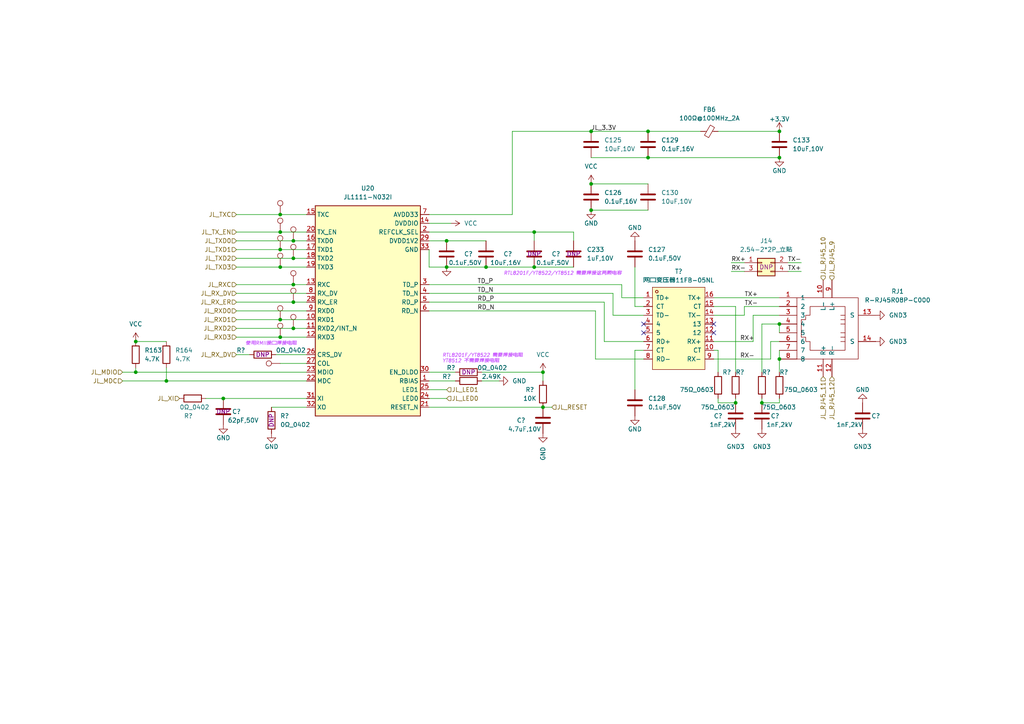
<source format=kicad_sch>
(kicad_sch (version 20230121) (generator eeschema)
  (paper "A4")
  (title_block (title "HPM6E00FULLPORTRevB") (date "2024-09-12") (rev "RevA") (comment 1 "ETHERCAT"))
  (junction (at 157.48 118.11))
  (junction (at 226.06 104.14))
  (junction (at 85.09 69.85))
  (junction (at 171.45 60.96))
  (junction (at 39.37 107.95))
  (junction (at 81.28 67.31))
  (junction (at 39.37 99.06))
  (junction (at 85.09 87.63))
  (junction (at 157.48 107.95))
  (junction (at 171.45 38.1))
  (junction (at 154.94 77.47))
  (junction (at 85.09 95.25))
  (junction (at 140.97 77.47))
  (junction (at 64.77 115.57))
  (junction (at 213.36 116.84))
  (junction (at 226.06 45.72))
  (junction (at 48.26 110.49))
  (junction (at 129.54 77.47))
  (junction (at 187.96 45.72))
  (junction (at 187.96 38.1))
  (junction (at 226.06 93.98))
  (junction (at 171.45 53.34))
  (junction (at 81.28 92.71))
  (junction (at 85.09 82.55))
  (junction (at 129.54 69.85))
  (junction (at 81.28 97.79))
  (junction (at 220.98 116.84))
  (junction (at 81.28 62.23))
  (junction (at 85.09 74.93))
  (junction (at 81.28 72.39))
  (junction (at 226.06 38.1))
  (junction (at 81.28 77.47))
  (junction (at 154.94 67.31))
  (no_connect (at 186.69 96.52))
  (no_connect (at 207.01 93.98))
  (no_connect (at 207.01 96.52))
  (no_connect (at 186.69 93.98))
  (wire (pts (xy 215.9 88.9) (xy 226.06 88.9)))
  (wire (pts (xy 81.28 77.47) (xy 88.9 77.47)))
  (wire (pts (xy 171.45 38.1) (xy 187.96 38.1)))
  (wire (pts (xy 207.01 86.36) (xy 226.06 86.36)))
  (wire (pts (xy 207.01 104.14) (xy 223.52 104.14)))
  (wire (pts (xy 154.94 67.31) (xy 154.94 69.85)))
  (wire (pts (xy 124.46 85.09) (xy 177.8 85.09)))
  (wire (pts (xy 187.96 38.1) (xy 203.2 38.1)))
  (wire (pts (xy 35.56 110.49) (xy 48.26 110.49)))
  (wire (pts (xy 81.28 105.41) (xy 88.9 105.41)))
  (wire (pts (xy 232.41 78.74) (xy 228.6 78.74)))
  (wire (pts (xy 35.56 107.95) (xy 39.37 107.95)))
  (wire (pts (xy 68.58 62.23) (xy 81.28 62.23)))
  (wire (pts (xy 39.37 99.06) (xy 48.26 99.06)))
  (wire (pts (xy 172.72 104.14) (xy 186.69 104.14)))
  (wire (pts (xy 220.98 116.84) (xy 226.06 116.84)))
  (wire (pts (xy 80.01 102.87) (xy 88.9 102.87)))
  (wire (pts (xy 175.26 87.63) (xy 175.26 99.06)))
  (wire (pts (xy 124.46 72.39) (xy 124.46 77.47)))
  (wire (pts (xy 68.58 90.17) (xy 88.9 90.17)))
  (wire (pts (xy 68.58 69.85) (xy 85.09 69.85)))
  (wire (pts (xy 124.46 90.17) (xy 172.72 90.17)))
  (wire (pts (xy 81.28 67.31) (xy 88.9 67.31)))
  (wire (pts (xy 172.72 90.17) (xy 172.72 104.14)))
  (wire (pts (xy 226.06 93.98) (xy 220.98 93.98)))
  (wire (pts (xy 184.15 77.47) (xy 184.15 88.9)))
  (wire (pts (xy 226.06 101.6) (xy 226.06 104.14)))
  (wire (pts (xy 171.45 60.96) (xy 187.96 60.96)))
  (wire (pts (xy 68.58 102.87) (xy 72.39 102.87)))
  (wire (pts (xy 48.26 110.49) (xy 88.9 110.49)))
  (wire (pts (xy 129.54 77.47) (xy 140.97 77.47)))
  (wire (pts (xy 226.06 115.57) (xy 226.06 116.84)))
  (wire (pts (xy 124.46 82.55) (xy 180.34 82.55)))
  (wire (pts (xy 129.54 115.57) (xy 124.46 115.57)))
  (wire (pts (xy 124.46 107.95) (xy 132.08 107.95)))
  (wire (pts (xy 218.44 91.44) (xy 226.06 91.44)))
  (wire (pts (xy 124.46 110.49) (xy 132.08 110.49)))
  (wire (pts (xy 186.69 101.6) (xy 184.15 101.6)))
  (wire (pts (xy 59.69 115.57) (xy 64.77 115.57)))
  (wire (pts (xy 85.09 74.93) (xy 88.9 74.93)))
  (wire (pts (xy 208.28 116.84) (xy 213.36 116.84)))
  (wire (pts (xy 177.8 91.44) (xy 186.69 91.44)))
  (wire (pts (xy 166.37 69.85) (xy 166.37 67.31)))
  (wire (pts (xy 148.59 38.1) (xy 171.45 38.1)))
  (wire (pts (xy 85.09 69.85) (xy 88.9 69.85)))
  (wire (pts (xy 124.46 64.77) (xy 130.81 64.77)))
  (wire (pts (xy 68.58 77.47) (xy 81.28 77.47)))
  (wire (pts (xy 177.8 85.09) (xy 177.8 91.44)))
  (wire (pts (xy 39.37 107.95) (xy 88.9 107.95)))
  (wire (pts (xy 68.58 82.55) (xy 85.09 82.55)))
  (wire (pts (xy 81.28 97.79) (xy 88.9 97.79)))
  (wire (pts (xy 207.01 88.9) (xy 213.36 88.9)))
  (wire (pts (xy 68.58 95.25) (xy 85.09 95.25)))
  (wire (pts (xy 144.78 110.49) (xy 139.7 110.49)))
  (wire (pts (xy 124.46 87.63) (xy 175.26 87.63)))
  (wire (pts (xy 218.44 99.06) (xy 218.44 91.44)))
  (wire (pts (xy 160.02 118.11) (xy 157.48 118.11)))
  (wire (pts (xy 85.09 82.55) (xy 88.9 82.55)))
  (wire (pts (xy 140.97 77.47) (xy 154.94 77.47)))
  (wire (pts (xy 64.77 115.57) (xy 88.9 115.57)))
  (wire (pts (xy 85.09 87.63) (xy 88.9 87.63)))
  (wire (pts (xy 208.28 115.57) (xy 208.28 116.84)))
  (wire (pts (xy 180.34 82.55) (xy 180.34 86.36)))
  (wire (pts (xy 124.46 118.11) (xy 157.48 118.11)))
  (wire (pts (xy 154.94 77.47) (xy 166.37 77.47)))
  (wire (pts (xy 81.28 92.71) (xy 88.9 92.71)))
  (wire (pts (xy 124.46 67.31) (xy 154.94 67.31)))
  (wire (pts (xy 68.58 67.31) (xy 81.28 67.31)))
  (wire (pts (xy 226.06 104.14) (xy 226.06 107.95)))
  (wire (pts (xy 212.09 76.2) (xy 215.9 76.2)))
  (wire (pts (xy 223.52 104.14) (xy 223.52 99.06)))
  (wire (pts (xy 213.36 115.57) (xy 213.36 116.84)))
  (wire (pts (xy 48.26 106.68) (xy 48.26 110.49)))
  (wire (pts (xy 68.58 97.79) (xy 81.28 97.79)))
  (wire (pts (xy 81.28 72.39) (xy 88.9 72.39)))
  (wire (pts (xy 208.28 101.6) (xy 208.28 107.95)))
  (wire (pts (xy 175.26 99.06) (xy 186.69 99.06)))
  (wire (pts (xy 124.46 62.23) (xy 148.59 62.23)))
  (wire (pts (xy 171.45 45.72) (xy 187.96 45.72)))
  (wire (pts (xy 207.01 101.6) (xy 208.28 101.6)))
  (wire (pts (xy 220.98 93.98) (xy 220.98 107.95)))
  (wire (pts (xy 129.54 113.03) (xy 124.46 113.03)))
  (wire (pts (xy 213.36 88.9) (xy 213.36 107.95)))
  (wire (pts (xy 166.37 67.31) (xy 154.94 67.31)))
  (wire (pts (xy 171.45 53.34) (xy 187.96 53.34)))
  (wire (pts (xy 68.58 85.09) (xy 88.9 85.09)))
  (wire (pts (xy 180.34 86.36) (xy 186.69 86.36)))
  (wire (pts (xy 223.52 99.06) (xy 226.06 99.06)))
  (wire (pts (xy 212.09 78.74) (xy 215.9 78.74)))
  (wire (pts (xy 139.7 107.95) (xy 157.48 107.95)))
  (wire (pts (xy 184.15 88.9) (xy 186.69 88.9)))
  (wire (pts (xy 81.28 62.23) (xy 88.9 62.23)))
  (wire (pts (xy 68.58 72.39) (xy 81.28 72.39)))
  (wire (pts (xy 124.46 77.47) (xy 129.54 77.47)))
  (wire (pts (xy 208.28 38.1) (xy 226.06 38.1)))
  (wire (pts (xy 68.58 92.71) (xy 81.28 92.71)))
  (wire (pts (xy 207.01 99.06) (xy 218.44 99.06)))
  (wire (pts (xy 207.01 91.44) (xy 215.9 91.44)))
  (wire (pts (xy 232.41 76.2) (xy 228.6 76.2)))
  (wire (pts (xy 124.46 69.85) (xy 129.54 69.85)))
  (wire (pts (xy 68.58 74.93) (xy 85.09 74.93)))
  (wire (pts (xy 148.59 62.23) (xy 148.59 38.1)))
  (wire (pts (xy 226.06 93.98) (xy 226.06 96.52)))
  (wire (pts (xy 157.48 107.95) (xy 157.48 110.49)))
  (wire (pts (xy 187.96 45.72) (xy 226.06 45.72)))
  (wire (pts (xy 184.15 101.6) (xy 184.15 113.03)))
  (wire (pts (xy 39.37 106.68) (xy 39.37 107.95)))
  (wire (pts (xy 220.98 115.57) (xy 220.98 116.84)))
  (wire (pts (xy 85.09 95.25) (xy 88.9 95.25)))
  (wire (pts (xy 129.54 69.85) (xy 140.97 69.85)))
  (wire (pts (xy 68.58 87.63) (xy 85.09 87.63)))
  (wire (pts (xy 215.9 91.44) (xy 215.9 88.9)))
  (wire (pts (xy 78.74 118.11) (xy 88.9 118.11)))
  (text "RTL8201F/YT8522 需要焊接电阻\nYT8512 不需要焊接电阻" (at 128.27 105.41 0) (effects (font (size 1 1) italic) (justify left bottom)))
  (text "RTL8201F/YT8522/YT8512 需要焊接这两颗电容" (at 146.05 80.01 0) (effects (font (size 1 1) italic) (justify left bottom)))
  (text "${SHEETNAME}" (at 52.07 40.64 0) (effects (font (size 2.54 2.54) (thickness 0.508) bold) (justify left bottom)))
  (text "使用RMII接口焊接电阻" (at 71.12 100.33 0) (effects (font (size 1 1) italic) (justify left bottom)))
  (label "TX-" (at 215.9 88.9 0))
  (label "JL_3.3V" (at 171.45 38.1 0))
  (label "RX+" (at 214.63 99.06 0))
  (label "TX+" (at 215.9 86.36 0))
  (label "RX+" (at 212.09 76.2 0))
  (label "RX-" (at 212.09 78.74 0))
  (label "TD_P" (at 138.43 82.55 0))
  (label "TD_N" (at 138.43 85.09 0))
  (label "RX-" (at 214.63 104.14 0))
  (label "TX-" (at 232.41 76.2 180))
  (label "TX+" (at 232.41 78.74 180))
  (label "RD_N" (at 138.43 90.17 0))
  (label "RD_P" (at 138.43 87.63 0))
  (hierarchical_label "JL_TXD3" (shape input) (at 68.58 77.47 180))
  (hierarchical_label "JL_RXD2" (shape input) (at 68.58 95.25 180))
  (hierarchical_label "JL_TXD2" (shape input) (at 68.58 74.93 180))
  (hierarchical_label "JL_MDIO" (shape input) (at 35.56 107.95 180))
  (hierarchical_label "JL_RXD3" (shape input) (at 68.58 97.79 180))
  (hierarchical_label "JL_RXD0" (shape input) (at 68.58 90.17 180))
  (hierarchical_label "JL_RX­_ER" (shape input) (at 68.58 87.63 180))
  (hierarchical_label "JL_RXC" (shape input) (at 68.58 82.55 180))
  (hierarchical_label "JL_RX_DV" (shape input) (at 68.58 85.09 180))
  (hierarchical_label "JL_RX_DV" (shape input) (at 68.58 102.87 180))
  (hierarchical_label "JL_TX_EN" (shape input) (at 68.58 67.31 180))
  (hierarchical_label "JL_TXD0" (shape input) (at 68.58 69.85 180))
  (hierarchical_label "JL_RJ45_11" (shape input) (at 238.76 109.22 270))
  (hierarchical_label "JL_RJ45_9" (shape input) (at 241.3 81.28 90))
  (hierarchical_label "JL_XI" (shape input) (at 52.07 115.57 180))
  (hierarchical_label "JL_RJ45_12" (shape input) (at 241.3 109.22 270))
  (hierarchical_label "JL_RESET" (shape input) (at 160.02 118.11 0))
  (hierarchical_label "JL_MDC" (shape input) (at 35.56 110.49 180))
  (hierarchical_label "JL_TXD1" (shape input) (at 68.58 72.39 180))
  (hierarchical_label "JL_LED1" (shape input) (at 129.54 113.03 0))
  (hierarchical_label "JL_RJ45_10" (shape input) (at 238.76 81.28 90))
  (hierarchical_label "JL_TXC" (shape input) (at 68.58 62.23 180))
  (hierarchical_label "JL_RXD1" (shape input) (at 68.58 92.71 180))
  (hierarchical_label "JL_LED0" (shape input) (at 129.54 115.57 0))
  (symbol (lib_id "03_HPM_Capacitance:0.1uF,16V_0402") (at 171.45 57.15 0) (unit 1)
    (property "Reference" "C126" (at 175.26 55.88 0) (effects (justify left)))
    (property "Value" "0.1uF,16V" (at 175.26 58.42 0) (effects (justify left)))
    (property "Footprint" "03_HPM_Capacitance:C_0402_1005Metric" (effects hide))
    (property "Model" "CL05B104KO5NNNC" (effects hide))
    (property "Company" "SAMSUNG(三星)" (effects hide))
    (instances (project "HPM6E00FULLPORTRevB" (path "" (reference "C126") (unit 1)) (path "" (reference "C140") (unit 1)) (path "" (reference "C154") (unit 1))))
  )
  (symbol (lib_id "02_HPM_Resistor:4.7K_0402") (at 39.37 102.87 90) (unit 1)
    (property "Reference" "R163" (at 41.91 101.6 90) (effects (justify right)))
    (property "Value" "4.7K" (at 41.91 104.14 90) (effects (justify right)))
    (property "Footprint" "02_HPM_Resistor:R_0402_1005Metric" (effects hide))
    (property "Model" " 0402WGF4701TCE" (effects hide))
    (property "Company" "UNI-ROYAL(厚声)" (effects hide))
    (instances (project "HPM6E00FULLPORTRevB" (path "" (reference "R163") (unit 1)) (path "" (reference "R173") (unit 1)) (path "" (reference "R183") (unit 1))))
  )
  (symbol (lib_id "14_HPM_Internet:JL1111-N032I") (at 105.41 90.17 0) (unit 1)
    (property "Reference" "U20" (at 106.68 54.61 0))
    (property "Value" "JL1111-N032I" (at 106.68 57.15 0))
    (property "Footprint" "06_HPM_LQFP:QFN-32-1EP_5x5mm_P0.5mm_EP3.1x3.1mm" (effects hide))
    (property "Model" "JL1111-N032I" (effects hide))
    (property "Company" "JLSEMI/景略" (effects hide))
    (instances (project "HPM6E00FULLPORTRevB" (path "" (reference "U20") (unit 1)) (path "" (reference "U21") (unit 1)) (path "" (reference "U22") (unit 1))) (project "HPM1200_ETHERNET_FPGA_VALIDATE_B" (path "" (reference "U?") (unit 1))))
  )
  (symbol (lib_id "00_HPM_power:VCC") (at 171.45 53.34 0) (unit 1)
    (property "Reference" "#PWR?" (effects hide))
    (property "Value" "VCC" (at 171.45 48.26 0))
    (instances (project "HPM6E00FULLPORTRevB" (path "" (reference "#PWR?") (unit 1)) (path "" (reference "#PWR?") (unit 1)) (path "" (reference "#PWR0267") (unit 1)) (path "" (reference "#PWR0287") (unit 1)) (path "" (reference "#PWR0307") (unit 1))))
  )
  (symbol (lib_id "00_HPM_power:GND3") (at 254 91.44 90) (unit 1)
    (property "Reference" "#PWR0159" (effects hide))
    (property "Value" "GND3" (at 257.81 91.44 90) (effects (justify right)))
    (instances (project "HPM6E00FULLPORTRevB" (path "" (reference "#PWR0159") (unit 1)) (path "" (reference "#PWR0158") (unit 1)) (path "" (reference "#PWR0161") (unit 1))))
  )
  (symbol (lib_id "02_HPM_Resistor:0Ω_0402") (at 78.74 121.92 90) (unit 1)
    (property "Reference" "R?" (at 81.28 120.65 90) (effects (justify right)))
    (property "Value" "0Ω_0402" (at 81.28 123.19 90) (effects (justify right)))
    (property "Footprint" "02_HPM_Resistor:R_0402_1005Metric" (effects hide))
    (property "Model" "RC0402JR-070RL" (effects hide))
    (property "Company" "YAGEO(国巨)" (effects hide))
    (property "ASSY_OPT" "DNP" (at 78.74 121.92 0))
    (instances (project "HPM5300-USB-OSC" (path "" (reference "R?") (unit 1))) (project "HPM6E00FULLPORTRevB" (path "" (reference "R166") (unit 1)) (path "" (reference "R176") (unit 1)) (path "" (reference "R186") (unit 1))) (project "HPM1200_ETHERNET_FPGA_VALIDATE_B" (path "" (reference "R?") (unit 1)) (path "" (reference "R?") (unit 1)) (path "" (reference "R?") (unit 1)) (path "" (reference "R?") (unit 1)) (path "" (reference "R?") (unit 1))) (project "HPM5300 SKT Board LQFP64 REVA" (path "" (reference "R?") (unit 1))))
  )
  (symbol (lib_id "power:GND") (at 144.78 110.49 90) (unit 1)
    (property "Reference" "#PWR?" (effects hide))
    (property "Value" "GND" (at 148.59 110.49 90) (effects (justify right)))
    (instances (project "05-HPM1200-ETHERCAT1" (path "" (reference "#PWR?") (unit 1))) (project "HPM6750EVK2 RevC.0822" (path "" (reference "#PWR?") (unit 1))) (project "HPM6E00FULLPORTRevB" (path "" (reference "#PWR0264") (unit 1)) (path "" (reference "#PWR0284") (unit 1)) (path "" (reference "#PWR0304") (unit 1))) (project "HPM1200_ETHERNET_FPGA_VALIDATE_B" (path "" (reference "#PWR?") (unit 1)) (path "" (reference "#PWR?") (unit 1)) (path "" (reference "#PWR?") (unit 1))))
  )
  (symbol (lib_id "00_HPM_power:VCC") (at 157.48 107.95 0) (unit 1)
    (property "Reference" "#PWR?" (effects hide))
    (property "Value" "VCC" (at 157.48 102.87 0))
    (instances (project "HPM6E00FULLPORTRevB" (path "" (reference "#PWR?") (unit 1)) (path "" (reference "#PWR?") (unit 1)) (path "" (reference "#PWR0265") (unit 1)) (path "" (reference "#PWR0285") (unit 1)) (path "" (reference "#PWR0305") (unit 1))))
  )
  (symbol (lib_id "07_HPM_Inductance:磁珠-100Ω@100MHz_2A_0603") (at 203.2 38.1 0) (unit 1)
    (property "Reference" "FB6" (at 205.7781 31.75 0))
    (property "Value" "100Ω@100MHz_2A" (at 205.7781 34.29 0))
    (property "Footprint" "02_HPM_Resistor:R_0603_1608Metric" (effects hide))
    (property "Model" "PZ1608D101-2R0TF" (effects hide))
    (property "Company" " Sunlord(顺络)" (effects hide))
    (instances (project "HPM6E00FULLPORTRevB" (path "" (reference "FB6") (unit 1)) (path "" (reference "FB7") (unit 1)) (path "" (reference "FB8") (unit 1))))
  )
  (symbol (lib_id "03_HPM_Capacitance:10uF,10V_0603") (at 171.45 41.91 0) (unit 1)
    (property "Reference" "C125" (at 175.26 40.64 0) (effects (justify left)))
    (property "Value" "10uF,10V" (at 175.26 43.18 0) (effects (justify left)))
    (property "Footprint" "02_HPM_Resistor:R_0603_1608Metric" (effects hide))
    (property "Model" " CL10A106KP8NNNC" (effects hide))
    (property "Company" " SAMSUNG(三星) " (effects hide))
    (instances (project "HPM6E00FULLPORTRevB" (path "" (reference "C125") (unit 1)) (path "" (reference "C139") (unit 1)) (path "" (reference "C153") (unit 1))))
  )
  (symbol (lib_id "01-HPM-Peripheral:TestPoint-0.5mm") (at 81.28 105.41 90) (unit 1)
    (property "Reference" "T?" (effects hide))
    (property "Value" "0.5mm" (effects hide))
    (property "Footprint" "01_HPM_Peripheral:TestPoint_Pad_D0.5mm" (effects hide))
    (instances (project "HPM6E00FULLPORTRevB" (path "" (reference "T?") (unit 1)) (path "" (reference "T8") (unit 1)) (path "" (reference "T25") (unit 1)) (path "" (reference "T42") (unit 1))))
  )
  (symbol (lib_id "02_HPM_Resistor:4.7K_0402") (at 48.26 102.87 90) (unit 1)
    (property "Reference" "R164" (at 50.8 101.6 90) (effects (justify right)))
    (property "Value" "4.7K" (at 50.8 104.14 90) (effects (justify right)))
    (property "Footprint" "02_HPM_Resistor:R_0402_1005Metric" (effects hide))
    (property "Model" " 0402WGF4701TCE" (effects hide))
    (property "Company" "UNI-ROYAL(厚声)" (effects hide))
    (instances (project "HPM6E00FULLPORTRevB" (path "" (reference "R164") (unit 1)) (path "" (reference "R174") (unit 1)) (path "" (reference "R184") (unit 1))))
  )
  (symbol (lib_id "00_HPM_power:GND3") (at 220.98 124.46 0) (unit 1)
    (property "Reference" "#PWR0272" (effects hide))
    (property "Value" "GND3" (at 220.98 129.54 0))
    (instances (project "HPM6E00FULLPORTRevB" (path "" (reference "#PWR0272") (unit 1)) (path "" (reference "#PWR0271") (unit 1)) (path "" (reference "#PWR0291") (unit 1))))
  )
  (symbol (lib_id "power:GND") (at 129.54 77.47 0) (unit 1)
    (property "Reference" "#PWR?" (effects hide))
    (property "Value" "GND" (effects hide))
    (instances (project "05-HPM1200-ETHERCAT1" (path "" (reference "#PWR?") (unit 1))) (project "HPM6750EVK2 RevC.0822" (path "" (reference "#PWR?") (unit 1))) (project "HPM6E00FULLPORTRevB" (path "" (reference "#PWR0262") (unit 1)) (path "" (reference "#PWR0282") (unit 1)) (path "" (reference "#PWR0302") (unit 1))) (project "HPM1200_ETHERNET_FPGA_VALIDATE_B" (path "" (reference "#PWR?") (unit 1)) (path "" (reference "#PWR?") (unit 1)) (path "" (reference "#PWR?") (unit 1))))
  )
  (symbol (lib_id "03_HPM_Capacitance:0.1uF,50V_0402") (at 154.94 73.66 180) (unit 1)
    (property "Reference" "C?" (at 162.56 73.66 0) (effects (justify left)))
    (property "Value" "0.1uF,50V" (at 165.1 76.2 0) (effects (justify left)))
    (property "Footprint" "03_HPM_Capacitance:C_0402_1005Metric" (effects hide))
    (property "Model" "0402B104K500NT" (effects hide))
    (property "Company" "SAMSUNG(三星)" (effects hide))
    (property "ASSY_OPT" "DNP" (at 154.94 73.66 0))
    (instances (project "05-HPM1200-ETHERCAT1" (path "" (reference "C?") (unit 1))) (project "HPM6750EVK2 RevC.0822" (path "" (reference "C?") (unit 1))) (project "HPM6E00FULLPORTRevB" (path "" (reference "C18") (unit 1)) (path "" (reference "C66") (unit 1)) (path "" (reference "C67") (unit 1))) (project "HPM1200_ETHERNET_FPGA_VALIDATE_B" (path "" (reference "C?") (unit 1)) (path "" (reference "C?") (unit 1)) (path "" (reference "C?") (unit 1))))
  )
  (symbol (lib_id "power:GND") (at 250.19 116.84 0) (mirror x) (unit 1)
    (property "Reference" "#PWR?" (effects hide))
    (property "Value" "GND" (at 250.19 113.03 0))
    (instances (project "05-HPM1200-ETHERCAT1" (path "" (reference "#PWR?") (unit 1))) (project "ETH_RMII" (path "" (reference "#PWR?") (unit 1))) (project "HPM6E00FULLPORTRevB" (path "" (reference "#PWR0275") (unit 1)) (path "" (reference "#PWR0295") (unit 1)) (path "" (reference "#PWR0315") (unit 1))) (project "HPM1200_ETHERNET_FPGA_VALIDATE_B" (path "" (reference "#PWR?") (unit 1)) (path "" (reference "#PWR?") (unit 1)) (path "" (reference "#PWR?") (unit 1)) (path "" (reference "#PWR?") (unit 1)) (path "" (reference "#PWR?") (unit 1)) (path "" (reference "#PWR?") (unit 1))))
  )
  (symbol (lib_id "power:GND") (at 78.74 125.73 0) (unit 1)
    (property "Reference" "#PWR?" (effects hide))
    (property "Value" "GND" (at 76.708 129.54 0) (effects (justify left)))
    (instances (project "HPM5300-USB-OSC" (path "" (reference "#PWR?") (unit 1))) (project "HPM6E00FULLPORTRevB" (path "" (reference "#PWR0261") (unit 1)) (path "" (reference "#PWR0281") (unit 1)) (path "" (reference "#PWR0301") (unit 1))) (project "HPM1200_ETHERNET_FPGA_VALIDATE_B" (path "" (reference "#PWR?") (unit 1)) (path "" (reference "#PWR?") (unit 1)) (path "" (reference "#PWR?") (unit 1)) (path "" (reference "#PWR?") (unit 1)) (path "" (reference "#PWR?") (unit 1))) (project "HPM5300 SKT Board LQFP64 REVA" (path "" (reference "#PWR?") (unit 1))))
  )
  (symbol (lib_id "02_HPM_Resistor:75Ω_0603") (at 220.98 111.76 90) (unit 1)
    (property "Reference" "R?" (at 220.98 107.95 90) (effects (justify right)))
    (property "Value" "75Ω_0603" (at 220.98 118.11 90) (effects (justify right)))
    (property "Footprint" "02_HPM_Resistor:R_0603_1608Metric" (effects hide))
    (property "Model" "0603WAF750JT5E" (effects hide))
    (property "Company" "UNI-ROYAL(厚声)" (effects hide))
    (instances (project "05-HPM1200-ETHERCAT1" (path "" (reference "R?") (unit 1))) (project "HPM6E00FULLPORTRevB" (path "" (reference "R171") (unit 1)) (path "" (reference "R181") (unit 1)) (path "" (reference "R191") (unit 1))) (project "HPM1200_ETHERNET_FPGA_VALIDATE_B" (path "" (reference "R?") (unit 1)) (path "" (reference "R?") (unit 1)) (path "" (reference "R?") (unit 1)) (path "" (reference "R?") (unit 1)) (path "" (reference "R?") (unit 1)) (path "" (reference "R?") (unit 1))))
  )
  (symbol (lib_id "power:GND") (at 184.15 69.85 0) (mirror x) (unit 1)
    (property "Reference" "#PWR?" (effects hide))
    (property "Value" "GND" (at 184.15 66.04 0))
    (instances (project "05-HPM1200-ETHERCAT1" (path "" (reference "#PWR?") (unit 1))) (project "ETH_RMII" (path "" (reference "#PWR?") (unit 1))) (project "HPM6E00FULLPORTRevB" (path "" (reference "#PWR0269") (unit 1)) (path "" (reference "#PWR0289") (unit 1)) (path "" (reference "#PWR0309") (unit 1))) (project "HPM1200_ETHERNET_FPGA_VALIDATE_B" (path "" (reference "#PWR?") (unit 1)) (path "" (reference "#PWR?") (unit 1)) (path "" (reference "#PWR?") (unit 1)) (path "" (reference "#PWR?") (unit 1)) (path "" (reference "#PWR?") (unit 1)) (path "" (reference "#PWR?") (unit 1))))
  )
  (symbol (lib_id "01-HPM-Peripheral:TestPoint-0.5mm") (at 85.09 82.55 0) (unit 1)
    (property "Reference" "T?" (effects hide))
    (property "Value" "0.5mm" (effects hide))
    (property "Footprint" "01_HPM_Peripheral:TestPoint_Pad_D0.5mm" (effects hide))
    (instances (project "HPM6E00FULLPORTRevB" (path "" (reference "T?") (unit 1)) (path "" (reference "T11") (unit 1)) (path "" (reference "T28") (unit 1)) (path "" (reference "T45") (unit 1))))
  )
  (symbol (lib_id "02_HPM_Resistor:0Ω_0402") (at 76.2 102.87 0) (mirror y) (unit 1)
    (property "Reference" "R?" (at 68.58 101.6 0) (effects (justify right)))
    (property "Value" "0Ω_0402" (at 80.01 101.6 0) (effects (justify right)))
    (property "Footprint" "02_HPM_Resistor:R_0402_1005Metric" (effects hide))
    (property "Model" "RC0402JR-070RL" (effects hide))
    (property "Company" "YAGEO(国巨)" (effects hide))
    (property "ASSY_OPT" "DNP" (at 76.2 102.87 0))
    (instances (project "HPM5300-USB-OSC" (path "" (reference "R?") (unit 1))) (project "HPM6E00FULLPORTRevB" (path "" (reference "R57") (unit 1)) (path "" (reference "R58") (unit 1)) (path "" (reference "R60") (unit 1))) (project "HPM1200_ETHERNET_FPGA_VALIDATE_B" (path "" (reference "R?") (unit 1)) (path "" (reference "R?") (unit 1)) (path "" (reference "R?") (unit 1)) (path "" (reference "R?") (unit 1)) (path "" (reference "R?") (unit 1))) (project "HPM5300 SKT Board LQFP64 REVA" (path "" (reference "R?") (unit 1))))
  )
  (symbol (lib_id "03_HPM_Capacitance:0.1uF,16V_0402") (at 187.96 41.91 0) (unit 1)
    (property "Reference" "C129" (at 191.77 40.64 0) (effects (justify left)))
    (property "Value" "0.1uF,16V" (at 191.77 43.18 0) (effects (justify left)))
    (property "Footprint" "03_HPM_Capacitance:C_0402_1005Metric" (effects hide))
    (property "Model" "CL05B104KO5NNNC" (effects hide))
    (property "Company" "SAMSUNG(三星)" (effects hide))
    (instances (project "HPM6E00FULLPORTRevB" (path "" (reference "C129") (unit 1)) (path "" (reference "C143") (unit 1)) (path "" (reference "C157") (unit 1))))
  )
  (symbol (lib_id "02_HPM_Resistor:0Ω_0402") (at 55.88 115.57 0) (mirror y) (unit 1)
    (property "Reference" "R?" (at 53.34 120.65 0) (effects (justify right)))
    (property "Value" "0Ω_0402" (at 52.07 118.11 0) (effects (justify right)))
    (property "Footprint" "02_HPM_Resistor:R_0402_1005Metric" (effects hide))
    (property "Model" "RC0402JR-070RL" (effects hide))
    (property "Company" "YAGEO(国巨)" (effects hide))
    (instances (project "HPM5300-USB-OSC" (path "" (reference "R?") (unit 1))) (project "HPM6E00FULLPORTRevB" (path "" (reference "R165") (unit 1)) (path "" (reference "R175") (unit 1)) (path "" (reference "R185") (unit 1))) (project "HPM1200_ETHERNET_FPGA_VALIDATE_B" (path "" (reference "R?") (unit 1)) (path "" (reference "R?") (unit 1)) (path "" (reference "R?") (unit 1)) (path "" (reference "R?") (unit 1)) (path "" (reference "R?") (unit 1))) (project "HPM5300 SKT Board LQFP64 REVA" (path "" (reference "R?") (unit 1))))
  )
  (symbol (lib_id "02_HPM_Resistor:10K_0402") (at 157.48 114.3 270) (unit 1)
    (property "Reference" "R?" (at 153.67 113.03 90))
    (property "Value" "10K" (at 153.67 115.57 90))
    (property "Footprint" "02_HPM_Resistor:R_0402_1005Metric" (effects hide))
    (property "Model" "0402WGF1002TCE" (effects hide))
    (property "Company" "UNI-ROYAL(厚声)" (effects hide))
    (instances (project "05-HPM1200-ETHERCAT1" (path "" (reference "R?") (unit 1))) (project "HPM6750EVK2 RevC.0822" (path "" (reference "R?") (unit 1))) (project "HPM6E00FULLPORTRevB" (path "" (reference "R168") (unit 1)) (path "" (reference "R178") (unit 1)) (path "" (reference "R188") (unit 1))) (project "HPM1200_ETHERNET_FPGA_VALIDATE_B" (path "" (reference "R?") (unit 1)) (path "" (reference "R?") (unit 1)) (path "" (reference "R?") (unit 1))))
  )
  (symbol (lib_id "02_HPM_Resistor:2.49K_0402") (at 135.89 110.49 180) (unit 1)
    (property "Reference" "R?" (at 128.27 109.22 0) (effects (justify right)))
    (property "Value" "2.49K" (at 139.7 109.22 0) (effects (justify right)))
    (property "Footprint" "02_HPM_Resistor:R_0402_1005Metric" (effects hide))
    (property "Model" "RC-02W2491FT" (effects hide))
    (property "Company" " FH(风华) " (effects hide))
    (instances (project "05-HPM1200-ETHERCAT1" (path "" (reference "R?") (unit 1))) (project "HPM6E00FULLPORTRevB" (path "" (reference "R167") (unit 1)) (path "" (reference "R177") (unit 1)) (path "" (reference "R187") (unit 1))) (project "HPM1200_ETHERNET_FPGA_VALIDATE_B" (path "" (reference "R?") (unit 1)) (path "" (reference "R?") (unit 1)) (path "" (reference "R?") (unit 1))))
  )
  (symbol (lib_id "03_HPM_Capacitance:1uF,10V_0402") (at 166.37 73.66 0) (unit 1)
    (property "Reference" "C233" (at 170.18 72.39 0) (effects (justify left)))
    (property "Value" "1uF,10V" (at 170.18 74.93 0) (effects (justify left)))
    (property "Footprint" "03_HPM_Capacitance:C_0402_1005Metric" (effects hide))
    (property "Model" " CL05A105KP5NNNC" (effects hide))
    (property "Company" "SAMSUNG(三星)" (effects hide))
    (property "ASSY_OPT" "DNP" (at 166.37 73.66 0))
    (instances (project "HPM6E00FULLPORTRevB" (path "" (reference "C233") (unit 1)) (path "" (reference "C234") (unit 1)) (path "" (reference "C235") (unit 1))))
  )
  (symbol (lib_id "power:GND") (at 64.77 123.19 0) (unit 1)
    (property "Reference" "#PWR?" (effects hide))
    (property "Value" "GND" (at 62.738 127 0) (effects (justify left)))
    (instances (project "HPM5300-USB-OSC" (path "" (reference "#PWR?") (unit 1))) (project "HPM6E00FULLPORTRevB" (path "" (reference "#PWR0260") (unit 1)) (path "" (reference "#PWR0280") (unit 1)) (path "" (reference "#PWR0300") (unit 1))) (project "HPM1200_ETHERNET_FPGA_VALIDATE_B" (path "" (reference "#PWR?") (unit 1)) (path "" (reference "#PWR?") (unit 1)) (path "" (reference "#PWR?") (unit 1)) (path "" (reference "#PWR?") (unit 1)) (path "" (reference "#PWR?") (unit 1))) (project "HPM5300 SKT Board LQFP64 REVA" (path "" (reference "#PWR?") (unit 1))))
  )
  (symbol (lib_id "03_HPM_Capacitance:1nF,2kV_1206") (at 213.36 120.65 0) (unit 1)
    (property "Reference" "C?" (at 207.01 120.65 0) (effects (justify left)))
    (property "Value" "1nF,2kV" (at 213.36 123.19 0) (effects (justify right)))
    (property "Footprint" "03_HPM_Capacitance:C_1206_3216Metric" (effects hide))
    (property "Model" "1206B102K202NT" (effects hide))
    (property "Company" "FH(风华)" (effects hide))
    (instances (project "05-HPM1200-ETHERCAT1" (path "" (reference "C?") (unit 1))) (project "HPM6E00FULLPORTRevB" (path "" (reference "C131") (unit 1)) (path "" (reference "C145") (unit 1)) (path "" (reference "C159") (unit 1))) (project "HPM1200_ETHERNET_FPGA_VALIDATE_B" (path "" (reference "C?") (unit 1)) (path "" (reference "C?") (unit 1)) (path "" (reference "C?") (unit 1)) (path "" (reference "C?") (unit 1)) (path "" (reference "C?") (unit 1)) (path "" (reference "C?") (unit 1))))
  )
  (symbol (lib_id "14_HPM_Internet:R-RJ45R08P-C000") (at 238.76 96.52 270) (unit 1)
    (property "Reference" "RJ1" (at 260.35 84.5119 90))
    (property "Value" "R-RJ45R08P-C000" (at 260.35 87.0519 90))
    (property "Footprint" "11_HPM_Internet:RJ45-TH_R-RJ45R08P-C000" (effects hide))
    (property "Model" "R-RJ45R08P-C000" (effects hide))
    (property "Company" "Ckmtw(灿科盟)" (effects hide))
    (instances (project "HPM6E00FULLPORTRevB" (path "" (reference "RJ1") (unit 1)) (path "" (reference "RJ2") (unit 1)) (path "" (reference "RJ3") (unit 1))))
  )
  (symbol (lib_id "03_HPM_Capacitance:0.1uF,50V_0402") (at 184.15 116.84 0) (unit 1)
    (property "Reference" "C128" (at 187.96 115.57 0) (effects (justify left)))
    (property "Value" "0.1uF,50V" (at 187.96 118.11 0) (effects (justify left)))
    (property "Footprint" "03_HPM_Capacitance:C_0402_1005Metric" (effects hide))
    (property "Model" "0402B104K500NT" (effects hide))
    (property "Company" "SAMSUNG(三星)" (effects hide))
    (instances (project "HPM6E00FULLPORTRevB" (path "" (reference "C128") (unit 1)) (path "" (reference "C142") (unit 1)) (path "" (reference "C156") (unit 1))) (project "HPM1200_ETHERNET_FPGA_VALIDATE_B" (path "" (reference "C?") (unit 1)) (path "" (reference "C?") (unit 1)) (path "" (reference "C?") (unit 1))))
  )
  (symbol (lib_id "00_HPM_power:GND") (at 171.45 60.96 0) (unit 1)
    (property "Reference" "#PWR0268" (effects hide))
    (property "Value" "GND" (at 171.45 64.77 0))
    (instances (project "HPM6E00FULLPORTRevB" (path "" (reference "#PWR0268") (unit 1)) (path "" (reference "#PWR0288") (unit 1)) (path "" (reference "#PWR0308") (unit 1))))
  )
  (symbol (lib_id "03_HPM_Capacitance:10uF,16V_0603") (at 140.97 73.66 180) (unit 1)
    (property "Reference" "C?" (at 148.59 73.66 0) (effects (justify left)))
    (property "Value" "10uF,16V" (at 151.13 76.2 0) (effects (justify left)))
    (property "Footprint" "03_HPM_Capacitance:C_0603_1608Metric" (effects hide))
    (property "Model" "CL10A106KO8NQNC" (effects hide))
    (property "Company" " SAMSUNG(三星)" (effects hide))
    (instances (project "05-HPM1200-ETHERCAT1" (path "" (reference "C?") (unit 1))) (project "HPM6750EVK2 RevC.0822" (path "" (reference "C?") (unit 1))) (project "HPM6E00FULLPORTRevB" (path "" (reference "C123") (unit 1)) (path "" (reference "C137") (unit 1)) (path "" (reference "C151") (unit 1))) (project "HPM1200_ETHERNET_FPGA_VALIDATE_B" (path "" (reference "C?") (unit 1)) (path "" (reference "C?") (unit 1)) (path "" (reference "C?") (unit 1))))
  )
  (symbol (lib_id "01-HPM-Peripheral:TestPoint-0.5mm") (at 85.09 95.25 0) (unit 1)
    (property "Reference" "T?" (effects hide))
    (property "Value" "0.5mm" (effects hide))
    (property "Footprint" "01_HPM_Peripheral:TestPoint_Pad_D0.5mm" (effects hide))
    (instances (project "HPM6E00FULLPORTRevB" (path "" (reference "T?") (unit 1)) (path "" (reference "T13") (unit 1)) (path "" (reference "T30") (unit 1)) (path "" (reference "T47") (unit 1))))
  )
  (symbol (lib_id "01-HPM-Peripheral:TestPoint-0.5mm") (at 85.09 87.63 0) (unit 1)
    (property "Reference" "T?" (effects hide))
    (property "Value" "0.5mm" (effects hide))
    (property "Footprint" "01_HPM_Peripheral:TestPoint_Pad_D0.5mm" (effects hide))
    (instances (project "HPM6E00FULLPORTRevB" (path "" (reference "T?") (unit 1)) (path "" (reference "T12") (unit 1)) (path "" (reference "T29") (unit 1)) (path "" (reference "T46") (unit 1))))
  )
  (symbol (lib_id "00_HPM_power:VCC") (at 39.37 99.06 0) (unit 1)
    (property "Reference" "#PWR?" (effects hide))
    (property "Value" "VCC" (at 39.37 93.98 0))
    (instances (project "HPM6E00FULLPORTRevB" (path "" (reference "#PWR?") (unit 1)) (path "" (reference "#PWR?") (unit 1)) (path "" (reference "#PWR0259") (unit 1)) (path "" (reference "#PWR0279") (unit 1)) (path "" (reference "#PWR0299") (unit 1))))
  )
  (symbol (lib_id "02_HPM_Resistor:75Ω_0603") (at 213.36 111.76 90) (unit 1)
    (property "Reference" "R?" (at 213.36 107.95 90) (effects (justify right)))
    (property "Value" "75Ω_0603" (at 203.2 118.11 90) (effects (justify right)))
    (property "Footprint" "02_HPM_Resistor:R_0603_1608Metric" (effects hide))
    (property "Model" "0603WAF750JT5E" (effects hide))
    (property "Company" "UNI-ROYAL(厚声)" (effects hide))
    (instances (project "05-HPM1200-ETHERCAT1" (path "" (reference "R?") (unit 1))) (project "HPM6E00FULLPORTRevB" (path "" (reference "R170") (unit 1)) (path "" (reference "R180") (unit 1)) (path "" (reference "R190") (unit 1))) (project "HPM1200_ETHERNET_FPGA_VALIDATE_B" (path "" (reference "R?") (unit 1)) (path "" (reference "R?") (unit 1)) (path "" (reference "R?") (unit 1)) (path "" (reference "R?") (unit 1)) (path "" (reference "R?") (unit 1)) (path "" (reference "R?") (unit 1))))
  )
  (symbol (lib_id "power:GND") (at 157.48 125.73 0) (unit 1)
    (property "Reference" "#PWR?" (effects hide))
    (property "Value" "GND" (at 157.48 129.54 90) (effects (justify right)))
    (instances (project "05-HPM1200-ETHERCAT1" (path "" (reference "#PWR?") (unit 1))) (project "HPM6750EVK2 RevC.0822" (path "" (reference "#PWR?") (unit 1))) (project "HPM6E00FULLPORTRevB" (path "" (reference "#PWR0266") (unit 1)) (path "" (reference "#PWR0286") (unit 1)) (path "" (reference "#PWR0306") (unit 1))) (project "HPM1200_ETHERNET_FPGA_VALIDATE_B" (path "" (reference "#PWR?") (unit 1)) (path "" (reference "#PWR?") (unit 1)) (path "" (reference "#PWR?") (unit 1))))
  )
  (symbol (lib_id "02_HPM_Resistor:0Ω_0402") (at 135.89 107.95 180) (unit 1)
    (property "Reference" "R?" (at 129.54 106.68 0) (effects (justify right)))
    (property "Value" "0Ω_0402" (at 138.43 106.68 0) (effects (justify right)))
    (property "Footprint" "02_HPM_Resistor:R_0402_1005Metric" (effects hide))
    (property "Model" "RC0402JR-070RL" (effects hide))
    (property "Company" "YAGEO(国巨)" (effects hide))
    (property "ASSY_OPT" "DNP" (at 135.89 107.95 0))
    (instances (project "HPM5300-USB-OSC" (path "" (reference "R?") (unit 1))) (project "HPM6E00FULLPORTRevB" (path "" (reference "R47") (unit 1)) (path "" (reference "R52") (unit 1)) (path "" (reference "R56") (unit 1))) (project "HPM1200_ETHERNET_FPGA_VALIDATE_B" (path "" (reference "R?") (unit 1)) (path "" (reference "R?") (unit 1)) (path "" (reference "R?") (unit 1)) (path "" (reference "R?") (unit 1)) (path "" (reference "R?") (unit 1))) (project "HPM5300 SKT Board LQFP64 REVA" (path "" (reference "R?") (unit 1))))
  )
  (symbol (lib_id "03_HPM_Capacitance:10uF,10V_0603") (at 226.06 41.91 0) (unit 1)
    (property "Reference" "C133" (at 229.87 40.64 0) (effects (justify left)))
    (property "Value" "10uF,10V" (at 229.87 43.18 0) (effects (justify left)))
    (property "Footprint" "02_HPM_Resistor:R_0603_1608Metric" (effects hide))
    (property "Model" " CL10A106KP8NNNC" (effects hide))
    (property "Company" " SAMSUNG(三星) " (effects hide))
    (instances (project "HPM6E00FULLPORTRevB" (path "" (reference "C133") (unit 1)) (path "" (reference "C147") (unit 1)) (path "" (reference "C161") (unit 1))))
  )
  (symbol (lib_id "power:+3.3V") (at 226.06 38.1 0) (unit 1)
    (property "Reference" "#PWR?" (effects hide))
    (property "Value" "+3.3V" (at 226.06 34.544 0))
    (instances (project "HPM6E00FULLPORTRevB" (path "" (reference "#PWR?") (unit 1)) (path "" (reference "#PWR0273") (unit 1)) (path "" (reference "#PWR0293") (unit 1)) (path "" (reference "#PWR0313") (unit 1))))
  )
  (symbol (lib_id "00_HPM_power:GND3") (at 213.36 124.46 0) (unit 1)
    (property "Reference" "#PWR0296" (effects hide))
    (property "Value" "GND3" (at 213.36 129.54 0))
    (instances (project "HPM6E00FULLPORTRevB" (path "" (reference "#PWR0296") (unit 1)) (path "" (reference "#PWR0292") (unit 1)) (path "" (reference "#PWR0297") (unit 1))))
  )
  (symbol (lib_id "01-HPM-Peripheral:TestPoint-0.5mm") (at 81.28 77.47 0) (unit 1)
    (property "Reference" "T?" (effects hide))
    (property "Value" "0.5mm" (effects hide))
    (property "Footprint" "01_HPM_Peripheral:TestPoint_Pad_D0.5mm" (effects hide))
    (instances (project "HPM6E00FULLPORTRevB" (path "" (reference "T?") (unit 1)) (path "" (reference "T4") (unit 1)) (path "" (reference "T21") (unit 1)) (path "" (reference "T38") (unit 1))))
  )
  (symbol (lib_id "power:GND") (at 184.15 120.65 0) (unit 1)
    (property "Reference" "#PWR?" (effects hide))
    (property "Value" "GND" (at 184.15 124.46 0))
    (instances (project "05-HPM1200-ETHERCAT1" (path "" (reference "#PWR?") (unit 1))) (project "ETH_RMII" (path "" (reference "#PWR?") (unit 1))) (project "HPM6E00FULLPORTRevB" (path "" (reference "#PWR0270") (unit 1)) (path "" (reference "#PWR0290") (unit 1)) (path "" (reference "#PWR0310") (unit 1))) (project "HPM1200_ETHERNET_FPGA_VALIDATE_B" (path "" (reference "#PWR?") (unit 1)) (path "" (reference "#PWR?") (unit 1)) (path "" (reference "#PWR?") (unit 1)) (path "" (reference "#PWR?") (unit 1)) (path "" (reference "#PWR?") (unit 1)) (path "" (reference "#PWR?") (unit 1))))
  )
  (symbol (lib_id "02_HPM_Resistor:75Ω_0603") (at 208.28 111.76 270) (mirror x) (unit 1)
    (property "Reference" "R?" (at 212.09 107.95 90) (effects (justify right)))
    (property "Value" "75Ω_0603" (at 207.01 113.03 90) (effects (justify right)))
    (property "Footprint" "02_HPM_Resistor:R_0603_1608Metric" (effects hide))
    (property "Model" "0603WAF750JT5E" (effects hide))
    (property "Company" "UNI-ROYAL(厚声)" (effects hide))
    (instances (project "05-HPM1200-ETHERCAT1" (path "" (reference "R?") (unit 1))) (project "HPM6E00FULLPORTRevB" (path "" (reference "R169") (unit 1)) (path "" (reference "R179") (unit 1)) (path "" (reference "R189") (unit 1))) (project "HPM1200_ETHERNET_FPGA_VALIDATE_B" (path "" (reference "R?") (unit 1)) (path "" (reference "R?") (unit 1)) (path "" (reference "R?") (unit 1)) (path "" (reference "R?") (unit 1)) (path "" (reference "R?") (unit 1)) (path "" (reference "R?") (unit 1))))
  )
  (symbol (lib_id "00_HPM_power:VCC") (at 130.81 64.77 270) (unit 1)
    (property "Reference" "#PWR?" (effects hide))
    (property "Value" "VCC" (at 134.62 64.77 90) (effects (justify left)))
    (instances (project "HPM6E00FULLPORTRevB" (path "" (reference "#PWR?") (unit 1)) (path "" (reference "#PWR?") (unit 1)) (path "" (reference "#PWR0263") (unit 1)) (path "" (reference "#PWR0283") (unit 1)) (path "" (reference "#PWR0303") (unit 1))))
  )
  (symbol (lib_id "03_HPM_Capacitance:0.1uF,50V_0402") (at 184.15 73.66 0) (unit 1)
    (property "Reference" "C127" (at 187.96 72.39 0) (effects (justify left)))
    (property "Value" "0.1uF,50V" (at 187.96 74.93 0) (effects (justify left)))
    (property "Footprint" "03_HPM_Capacitance:C_0402_1005Metric" (effects hide))
    (property "Model" "0402B104K500NT" (effects hide))
    (property "Company" "SAMSUNG(三星)" (effects hide))
    (instances (project "HPM6E00FULLPORTRevB" (path "" (reference "C127") (unit 1)) (path "" (reference "C141") (unit 1)) (path "" (reference "C155") (unit 1))) (project "HPM1200_ETHERNET_FPGA_VALIDATE_B" (path "" (reference "C?") (unit 1)) (path "" (reference "C?") (unit 1)) (path "" (reference "C?") (unit 1))))
  )
  (symbol (lib_id "01-HPM-Peripheral:TestPoint-0.5mm") (at 81.28 72.39 0) (unit 1)
    (property "Reference" "T?" (effects hide))
    (property "Value" "0.5mm" (effects hide))
    (property "Footprint" "01_HPM_Peripheral:TestPoint_Pad_D0.5mm" (effects hide))
    (instances (project "HPM6E00FULLPORTRevB" (path "" (reference "T?") (unit 1)) (path "" (reference "T3") (unit 1)) (path "" (reference "T20") (unit 1)) (path "" (reference "T37") (unit 1))))
  )
  (symbol (lib_id "00_HPM_power:GND3") (at 250.19 124.46 0) (unit 1)
    (property "Reference" "#PWR0277" (effects hide))
    (property "Value" "GND3" (at 250.19 129.54 0))
    (instances (project "HPM6E00FULLPORTRevB" (path "" (reference "#PWR0277") (unit 1)) (path "" (reference "#PWR0276") (unit 1)) (path "" (reference "#PWR0278") (unit 1))))
  )
  (symbol (lib_id "03_HPM_Capacitance:0.1uF,50V_0402") (at 129.54 73.66 180) (unit 1)
    (property "Reference" "C?" (at 137.16 73.66 0) (effects (justify left)))
    (property "Value" "0.1uF,50V" (at 139.7 76.2 0) (effects (justify left)))
    (property "Footprint" "03_HPM_Capacitance:C_0402_1005Metric" (effects hide))
    (property "Model" "0402B104K500NT" (effects hide))
    (property "Company" "SAMSUNG(三星)" (effects hide))
    (instances (project "05-HPM1200-ETHERCAT1" (path "" (reference "C?") (unit 1))) (project "HPM6750EVK2 RevC.0822" (path "" (reference "C?") (unit 1))) (project "HPM6E00FULLPORTRevB" (path "" (reference "C122") (unit 1)) (path "" (reference "C136") (unit 1)) (path "" (reference "C150") (unit 1))) (project "HPM1200_ETHERNET_FPGA_VALIDATE_B" (path "" (reference "C?") (unit 1)) (path "" (reference "C?") (unit 1)) (path "" (reference "C?") (unit 1))))
  )
  (symbol (lib_id "03_HPM_Capacitance:1nF,2kV_1206") (at 250.19 120.65 0) (unit 1)
    (property "Reference" "C?" (at 252.73 120.65 0) (effects (justify left)))
    (property "Value" "1nF,2kV" (at 250.19 123.19 0) (effects (justify right)))
    (property "Footprint" "03_HPM_Capacitance:C_1206_3216Metric" (effects hide))
    (property "Model" "1206B102K202NT" (effects hide))
    (property "Company" "FH(风华)" (effects hide))
    (instances (project "05-HPM1200-ETHERCAT1" (path "" (reference "C?") (unit 1))) (project "HPM6E00FULLPORTRevB" (path "" (reference "C134") (unit 1)) (path "" (reference "C148") (unit 1)) (path "" (reference "C162") (unit 1))) (project "HPM1200_ETHERNET_FPGA_VALIDATE_B" (path "" (reference "C?") (unit 1)) (path "" (reference "C?") (unit 1)) (path "" (reference "C?") (unit 1)) (path "" (reference "C?") (unit 1)) (path "" (reference "C?") (unit 1)) (path "" (reference "C?") (unit 1))))
  )
  (symbol (lib_id "99_HPM:2.54-2*2P_立贴") (at 222.25 77.47 0) (unit 1)
    (property "Reference" "J14" (at 222.25 69.85 0))
    (property "Value" "2.54-2*2P_立贴" (at 222.25 72.39 0))
    (property "Footprint" "99_HPM:HDR-SMD_4P-P2.54-V-M-R2-C2-LS7.5" (effects hide))
    (property "ASSY_OPT" "DNP" (at 222.25 77.47 0))
    (instances (project "HPM6E00FULLPORTRevB" (path "" (reference "J14") (unit 1)) (path "" (reference "J13") (unit 1)) (path "" (reference "J15") (unit 1))))
  )
  (symbol (lib_id "03_HPM_Capacitance:0.1uF,16V_0402") (at 64.77 119.38 0) (unit 1)
    (property "Reference" "C?" (at 67.31 119.38 0) (effects (justify left)))
    (property "Value" "62pF,50V" (at 66.04 121.92 0) (effects (justify left)))
    (property "Footprint" "03_HPM_Capacitance:C_0402_1005Metric" (effects hide))
    (property "Model" "CL05B104KO5NNNC" (effects hide))
    (property "Company" "SAMSUNG(三星)" (effects hide))
    (property "ASSY_OPT" "DNP" (at 64.77 119.38 0))
    (instances (project "Quadrotor" (path "" (reference "C?") (unit 1))) (project "HPM5300-POWER" (path "" (reference "C?") (unit 1))) (project "EncoderServo" (path "" (reference "C?") (unit 1))) (project "HPM6E00FULLPORTRevB" (path "" (reference "C121") (unit 1)) (path "" (reference "C135") (unit 1)) (path "" (reference "C149") (unit 1))) (project "HPM5300 EVK REVA" (path "" (reference "C?") (unit 1))))
  )
  (symbol (lib_id "03_HPM_Capacitance:4.7uF,10V_0402") (at 157.48 121.92 0) (unit 1)
    (property "Reference" "C?" (at 149.86 121.92 0) (effects (justify left)))
    (property "Value" "4.7uF,10V" (at 147.32 124.46 0) (effects (justify left)))
    (property "Footprint" "03_HPM_Capacitance:C_0402_1005Metric" (effects hide))
    (property "Model" " CL05A475MP5NRNC" (effects hide))
    (property "Company" " SAMSUNG(三星)" (effects hide))
    (instances (project "05-HPM1200-ETHERCAT1" (path "" (reference "C?") (unit 1))) (project "HPM6750EVK2 RevC.0822" (path "" (reference "C?") (unit 1))) (project "HPM6E00FULLPORTRevB" (path "" (reference "C124") (unit 1)) (path "" (reference "C138") (unit 1)) (path "" (reference "C152") (unit 1))) (project "HPM1200_ETHERNET_FPGA_VALIDATE_B" (path "" (reference "C?") (unit 1)) (path "" (reference "C?") (unit 1)) (path "" (reference "C?") (unit 1))))
  )
  (symbol (lib_id "00_HPM_power:GND3") (at 254 99.06 90) (unit 1)
    (property "Reference" "#PWR0163" (effects hide))
    (property "Value" "GND3" (at 257.81 99.06 90) (effects (justify right)))
    (instances (project "HPM6E00FULLPORTRevB" (path "" (reference "#PWR0163") (unit 1)) (path "" (reference "#PWR0162") (unit 1)) (path "" (reference "#PWR0164") (unit 1))))
  )
  (symbol (lib_id "01-HPM-Peripheral:TestPoint-0.5mm") (at 81.28 62.23 0) (unit 1)
    (property "Reference" "T?" (effects hide))
    (property "Value" "0.5mm" (effects hide))
    (property "Footprint" "01_HPM_Peripheral:TestPoint_Pad_D0.5mm" (effects hide))
    (instances (project "HPM6E00FULLPORTRevB" (path "" (reference "T?") (unit 1)) (path "" (reference "T1") (unit 1)) (path "" (reference "T18") (unit 1)) (path "" (reference "T35") (unit 1))))
  )
  (symbol (lib_id "03_HPM_Capacitance:10uF,10V_0603") (at 187.96 57.15 0) (unit 1)
    (property "Reference" "C130" (at 191.77 55.88 0) (effects (justify left)))
    (property "Value" "10uF,10V" (at 191.77 58.42 0) (effects (justify left)))
    (property "Footprint" "02_HPM_Resistor:R_0603_1608Metric" (effects hide))
    (property "Model" " CL10A106KP8NNNC" (effects hide))
    (property "Company" " SAMSUNG(三星) " (effects hide))
    (instances (project "HPM6E00FULLPORTRevB" (path "" (reference "C130") (unit 1)) (path "" (reference "C144") (unit 1)) (path "" (reference "C158") (unit 1))))
  )
  (symbol (lib_id "01-HPM-Peripheral:TestPoint-0.5mm") (at 81.28 92.71 0) (unit 1)
    (property "Reference" "T?" (effects hide))
    (property "Value" "0.5mm" (effects hide))
    (property "Footprint" "01_HPM_Peripheral:TestPoint_Pad_D0.5mm" (effects hide))
    (instances (project "HPM6E00FULLPORTRevB" (path "" (reference "T?") (unit 1)) (path "" (reference "T6") (unit 1)) (path "" (reference "T23") (unit 1)) (path "" (reference "T40") (unit 1))))
  )
  (symbol (lib_id "01-HPM-Peripheral:TestPoint-0.5mm") (at 85.09 74.93 0) (unit 1)
    (property "Reference" "T?" (effects hide))
    (property "Value" "0.5mm" (effects hide))
    (property "Footprint" "01_HPM_Peripheral:TestPoint_Pad_D0.5mm" (effects hide))
    (instances (project "HPM6E00FULLPORTRevB" (path "" (reference "T?") (unit 1)) (path "" (reference "T10") (unit 1)) (path "" (reference "T27") (unit 1)) (path "" (reference "T44") (unit 1))))
  )
  (symbol (lib_id "00_HPM_power:GND") (at 226.06 45.72 0) (unit 1)
    (property "Reference" "#PWR0274" (effects hide))
    (property "Value" "GND" (at 226.06 49.53 0))
    (instances (project "HPM6E00FULLPORTRevB" (path "" (reference "#PWR0274") (unit 1)) (path "" (reference "#PWR0294") (unit 1)) (path "" (reference "#PWR0314") (unit 1))))
  )
  (symbol (lib_id "02_HPM_Resistor:75Ω_0603") (at 226.06 111.76 90) (unit 1)
    (property "Reference" "R?" (at 226.06 107.95 90) (effects (justify right)))
    (property "Value" "75Ω_0603" (at 227.33 113.03 90) (effects (justify right)))
    (property "Footprint" "02_HPM_Resistor:R_0603_1608Metric" (effects hide))
    (property "Model" "0603WAF750JT5E" (effects hide))
    (property "Company" "UNI-ROYAL(厚声)" (effects hide))
    (instances (project "05-HPM1200-ETHERCAT1" (path "" (reference "R?") (unit 1))) (project "HPM6E00FULLPORTRevB" (path "" (reference "R172") (unit 1)) (path "" (reference "R182") (unit 1)) (path "" (reference "R192") (unit 1))) (project "HPM1200_ETHERNET_FPGA_VALIDATE_B" (path "" (reference "R?") (unit 1)) (path "" (reference "R?") (unit 1)) (path "" (reference "R?") (unit 1)) (path "" (reference "R?") (unit 1)) (path "" (reference "R?") (unit 1)) (path "" (reference "R?") (unit 1))))
  )
  (symbol (lib_id "01-HPM-Peripheral:TestPoint-0.5mm") (at 85.09 69.85 0) (unit 1)
    (property "Reference" "T?" (effects hide))
    (property "Value" "0.5mm" (effects hide))
    (property "Footprint" "01_HPM_Peripheral:TestPoint_Pad_D0.5mm" (effects hide))
    (instances (project "HPM6E00FULLPORTRevB" (path "" (reference "T?") (unit 1)) (path "" (reference "T9") (unit 1)) (path "" (reference "T26") (unit 1)) (path "" (reference "T43") (unit 1))))
  )
  (symbol (lib_id "14_HPM_Internet:11FB-05NL") (at 196.85 95.25 0) (unit 1)
    (property "Reference" "T?" (at 196.85 78.74 0))
    (property "Value" "网口变压器11FB-05NL" (at 196.85 81.28 0))
    (property "Footprint" "11_HPM_Internet:H1102_XFMR16_SM" (effects hide))
    (property "Model" "11FB-05NL" (effects hide))
    (property "Company" "YDS(元册科技)" (effects hide))
    (instances (project "05-HPM1200-ETHERCAT1" (path "" (reference "T?") (unit 1))) (project "HPM6E00FULLPORTRevB" (path "" (reference "T17") (unit 1)) (path "" (reference "T34") (unit 1)) (path "" (reference "T51") (unit 1))) (project "HPM1200_ETHERNET_FPGA_VALIDATE_B" (path "" (reference "T?") (unit 1)) (path "" (reference "T?") (unit 1)) (path "" (reference "T?") (unit 1)) (path "" (reference "T?") (unit 1)) (path "" (reference "T?") (unit 1)) (path "" (reference "T?") (unit 1))))
  )
  (symbol (lib_id "03_HPM_Capacitance:1nF,2kV_1206") (at 220.98 120.65 0) (unit 1)
    (property "Reference" "C?" (at 223.52 120.65 0) (effects (justify left)))
    (property "Value" "1nF,2kV" (at 229.87 123.19 0) (effects (justify right)))
    (property "Footprint" "03_HPM_Capacitance:C_1206_3216Metric" (effects hide))
    (property "Model" "1206B102K202NT" (effects hide))
    (property "Company" "FH(风华)" (effects hide))
    (instances (project "05-HPM1200-ETHERCAT1" (path "" (reference "C?") (unit 1))) (project "HPM6E00FULLPORTRevB" (path "" (reference "C132") (unit 1)) (path "" (reference "C146") (unit 1)) (path "" (reference "C160") (unit 1))) (project "HPM1200_ETHERNET_FPGA_VALIDATE_B" (path "" (reference "C?") (unit 1)) (path "" (reference "C?") (unit 1)) (path "" (reference "C?") (unit 1)) (path "" (reference "C?") (unit 1)) (path "" (reference "C?") (unit 1)) (path "" (reference "C?") (unit 1))))
  )
  (symbol (lib_id "01-HPM-Peripheral:TestPoint-0.5mm") (at 81.28 67.31 0) (unit 1)
    (property "Reference" "T?" (effects hide))
    (property "Value" "0.5mm" (effects hide))
    (property "Footprint" "01_HPM_Peripheral:TestPoint_Pad_D0.5mm" (effects hide))
    (instances (project "HPM6E00FULLPORTRevB" (path "" (reference "T?") (unit 1)) (path "" (reference "T2") (unit 1)) (path "" (reference "T19") (unit 1)) (path "" (reference "T36") (unit 1))))
  )
  (symbol (lib_id "01-HPM-Peripheral:TestPoint-0.5mm") (at 81.28 97.79 0) (unit 1)
    (property "Reference" "T?" (effects hide))
    (property "Value" "0.5mm" (effects hide))
    (property "Footprint" "01_HPM_Peripheral:TestPoint_Pad_D0.5mm" (effects hide))
    (instances (project "HPM6E00FULLPORTRevB" (path "" (reference "T?") (unit 1)) (path "" (reference "T7") (unit 1)) (path "" (reference "T24") (unit 1)) (path "" (reference "T41") (unit 1))))
  )
)
</source>
